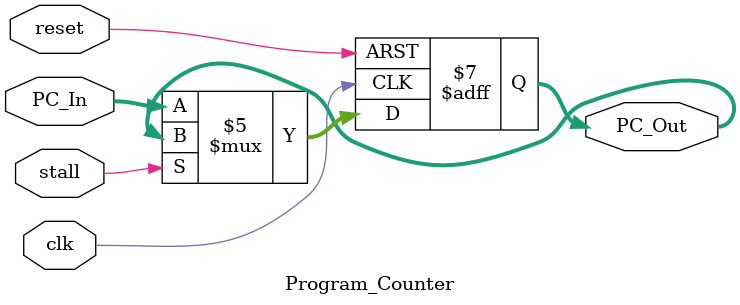
<source format=v>
`timescale 1ns / 1ps
module Program_Counter(clk, reset,PC_In, stall, PC_Out);
// inputs
input clk, reset;
input [63:0] PC_In;
input stall;
// outputs
output reg [63:0] PC_Out;

always @ (posedge clk or posedge reset)
begin
if (reset == 1'b1)
    PC_Out <= 64'b0;
else if(stall == 1'b1) 
    PC_Out <= PC_Out;
else 
    begin
    PC_Out <= PC_In;
    end
end
endmodule
</source>
